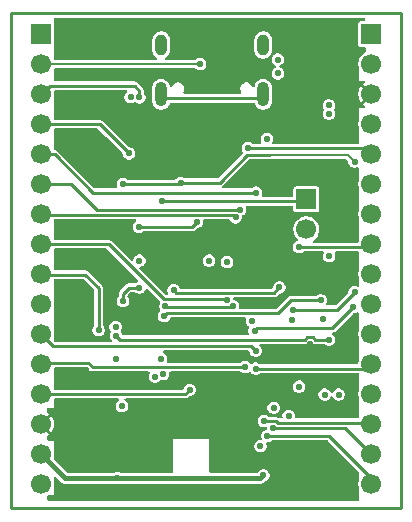
<source format=gbr>
%TF.GenerationSoftware,KiCad,Pcbnew,9.0.0*%
%TF.CreationDate,2025-10-09T14:40:45+01:00*%
%TF.ProjectId,OE PyBoard,4f452050-7942-46f6-9172-642e6b696361,rev?*%
%TF.SameCoordinates,Original*%
%TF.FileFunction,Copper,L3,Inr*%
%TF.FilePolarity,Positive*%
%FSLAX46Y46*%
G04 Gerber Fmt 4.6, Leading zero omitted, Abs format (unit mm)*
G04 Created by KiCad (PCBNEW 9.0.0) date 2025-10-09 14:40:45*
%MOMM*%
%LPD*%
G01*
G04 APERTURE LIST*
%TA.AperFunction,HeatsinkPad*%
%ADD10O,1.000000X2.100000*%
%TD*%
%TA.AperFunction,HeatsinkPad*%
%ADD11O,1.000000X1.800000*%
%TD*%
%TA.AperFunction,ComponentPad*%
%ADD12R,1.700000X1.700000*%
%TD*%
%TA.AperFunction,ComponentPad*%
%ADD13C,1.700000*%
%TD*%
%TA.AperFunction,ViaPad*%
%ADD14C,0.550000*%
%TD*%
%TA.AperFunction,Conductor*%
%ADD15C,0.220000*%
%TD*%
%TA.AperFunction,Conductor*%
%ADD16C,0.230000*%
%TD*%
%TA.AperFunction,Conductor*%
%ADD17C,0.210000*%
%TD*%
%TA.AperFunction,Conductor*%
%ADD18C,0.450000*%
%TD*%
%TA.AperFunction,Conductor*%
%ADD19C,0.250000*%
%TD*%
%TA.AperFunction,Profile*%
%ADD20C,0.230000*%
%TD*%
G04 APERTURE END LIST*
D10*
%TO.N,Net-(J3-SHIELD)*%
%TO.C,J3*%
X146814000Y-101111000D03*
D11*
X146814000Y-96931000D03*
D10*
X138174000Y-101111000D03*
D11*
X138174000Y-96931000D03*
%TD*%
D12*
%TO.N,/PC6-Y1*%
%TO.C,J6*%
X128016000Y-96012000D03*
D13*
%TO.N,/PC7-Y2*%
X128016000Y-98552000D03*
%TO.N,/PB8-Y3*%
X128016000Y-101092000D03*
%TO.N,/PB9-Y4*%
X128016000Y-103632000D03*
%TO.N,/PB12-Y5*%
X128016000Y-106172000D03*
%TO.N,/PB13-Y6*%
X128016000Y-108712000D03*
%TO.N,/PB14-Y7*%
X128016000Y-111252000D03*
%TO.N,/PB15-Y8*%
X128016000Y-113792000D03*
%TO.N,/PB6-SCL-X9*%
X128016000Y-116332000D03*
%TO.N,/PB7-SDA-X10*%
X128016000Y-118872000D03*
%TO.N,/PC4-X11*%
X128016000Y-121412000D03*
%TO.N,/PC5-X12*%
X128016000Y-123952000D03*
%TO.N,/RST-SW*%
X128016000Y-126492000D03*
%TO.N,GND*%
X128016000Y-129032000D03*
%TO.N,+3V3*%
X128016000Y-131572000D03*
%TO.N,V+*%
X128016000Y-134112000D03*
%TD*%
D12*
%TO.N,/BOOT0*%
%TO.C,JP1*%
X150469600Y-110002400D03*
D13*
%TO.N,+3V3*%
X150469600Y-112542400D03*
%TD*%
D12*
%TO.N,V+*%
%TO.C,J7*%
X155956000Y-96012000D03*
D13*
%TO.N,+3V3*%
X155956000Y-98552000D03*
%TO.N,GND*%
X155956000Y-101092000D03*
%TO.N,/RST-SW*%
X155956000Y-103632000D03*
%TO.N,/PB1-Y12*%
X155956000Y-106172000D03*
%TO.N,/PB0-Y11*%
X155956000Y-108712000D03*
%TO.N,/PB11-Y10*%
X155956000Y-111252000D03*
%TO.N,/PB10-Y9*%
X155956000Y-113792000D03*
%TO.N,/PA7-X8*%
X155956000Y-116332000D03*
%TO.N,/PA6-X7*%
X155956000Y-118872000D03*
%TO.N,/PA5-X6*%
X155956000Y-121412000D03*
%TO.N,/PA4-X5*%
X155956000Y-123952000D03*
%TO.N,/PA3-X4*%
X155956000Y-126492000D03*
%TO.N,/PA2-X3*%
X155956000Y-129032000D03*
%TO.N,/PA1-X2*%
X155956000Y-131572000D03*
%TO.N,/PA0-X1*%
X155956000Y-134112000D03*
%TD*%
D14*
%TO.N,/PB12-Y5*%
X146202400Y-109423200D03*
%TO.N,/PB14-Y7*%
X144471660Y-111529424D03*
%TO.N,/PB1-Y12*%
X145542000Y-105664000D03*
X145871000Y-120267000D03*
%TO.N,/PB9-Y4*%
X135450000Y-106100000D03*
X137637104Y-125007000D03*
%TO.N,/PA0-X1*%
X147173400Y-130006015D03*
%TO.N,/PB13-Y6*%
X144830800Y-110871000D03*
%TO.N,/PB7-SDA-X10*%
X134366000Y-123507000D03*
%TO.N,/PB11-Y10*%
X154559000Y-117856000D03*
X149315961Y-119320493D03*
%TO.N,/PA1-X2*%
X147675600Y-129387600D03*
%TO.N,/PA4-X5*%
X146177000Y-124331000D03*
%TO.N,/PC4-X11*%
X146177000Y-122807000D03*
%TO.N,/PC6-Y1*%
X143764000Y-115314000D03*
%TO.N,/PB15-Y8*%
X143764000Y-118489000D03*
%TO.N,/PA2-X3*%
X146862800Y-128752600D03*
%TO.N,/PB0-Y11*%
X154432000Y-119126000D03*
X146081750Y-121124250D03*
%TO.N,/VDDA*%
X147116800Y-104902000D03*
X146583400Y-130886200D03*
%TO.N,/PB6-SCL-X9*%
X132885431Y-121061573D03*
%TO.N,/PC5-X12*%
X145288000Y-124206000D03*
%TO.N,/RST-SW*%
X154555563Y-106807000D03*
X139827000Y-108585000D03*
X140589000Y-126111000D03*
X134945832Y-108712000D03*
%TO.N,/PB8-Y3*%
X136339022Y-101364106D03*
X138354428Y-124788025D03*
%TO.N,/PC7-Y2*%
X141478000Y-98552000D03*
X142240000Y-115187000D03*
%TO.N,/PB10-Y9*%
X149273885Y-120228716D03*
X149860000Y-114046000D03*
%TO.N,GND*%
X131706510Y-121062966D03*
X141478000Y-96647000D03*
X143875000Y-106850000D03*
X146304000Y-125424534D03*
X139573000Y-123317000D03*
X129540000Y-112014000D03*
X144780000Y-108686600D03*
X151700000Y-115500000D03*
X135255000Y-107569000D03*
X154500000Y-127600000D03*
X147370800Y-134518400D03*
X144018000Y-114147600D03*
X139827000Y-103124000D03*
X130246000Y-128250000D03*
X149961600Y-102717600D03*
X143175000Y-107550000D03*
X131064000Y-95123000D03*
X129540000Y-104902000D03*
X145034000Y-120904000D03*
X151275000Y-126925000D03*
X145973800Y-103200200D03*
X139827000Y-121158000D03*
X146177000Y-118872000D03*
X132715000Y-113030000D03*
X140843000Y-107823000D03*
X153162000Y-112649000D03*
X153873200Y-107696000D03*
X151393912Y-104421942D03*
X143611600Y-112039400D03*
X129540000Y-117983000D03*
X131815548Y-124458000D03*
X151765000Y-124942600D03*
X147675600Y-103657400D03*
X134061200Y-96875600D03*
X154482800Y-123342400D03*
X153150000Y-116650000D03*
X143383000Y-123342400D03*
X142748000Y-125730000D03*
X135636000Y-114427000D03*
X138430000Y-107315000D03*
X146405600Y-110998000D03*
X135255000Y-116459000D03*
X143459200Y-98602800D03*
X150774681Y-122263533D03*
X154482800Y-125577600D03*
X132000000Y-134475000D03*
X148996000Y-100000000D03*
X135001000Y-119634000D03*
X144256583Y-95235447D03*
X134875000Y-97825000D03*
X146354800Y-108229400D03*
X129794000Y-125250000D03*
X145161000Y-132613400D03*
X134493000Y-125222000D03*
X148700000Y-95500000D03*
X129667000Y-102362000D03*
X130200400Y-132232400D03*
X148082000Y-107264200D03*
X132080000Y-107950000D03*
X141986000Y-129284000D03*
X139827000Y-105410000D03*
X137972800Y-125704600D03*
X131950000Y-97800000D03*
X138404600Y-131165600D03*
X130048000Y-114681000D03*
X137033000Y-128522000D03*
X129590800Y-97688400D03*
X138850000Y-134475000D03*
X154432000Y-134620000D03*
X151257000Y-131064000D03*
X135600000Y-105125000D03*
X141478000Y-120777000D03*
%TO.N,+3V3*%
X134848600Y-127506000D03*
X136294720Y-112312720D03*
X149860000Y-125855000D03*
X134945832Y-118616000D03*
X151842000Y-120142000D03*
X134442200Y-133604000D03*
X152400000Y-102743000D03*
X141224000Y-111885000D03*
X152400000Y-114808000D03*
X136334500Y-117475000D03*
X152374600Y-102031800D03*
X146825000Y-133361000D03*
X136334500Y-115187000D03*
%TO.N,VBUS*%
X148049066Y-98153134D03*
X148049066Y-99334043D03*
%TO.N,/BOOT0*%
X138154063Y-123469592D03*
X138277600Y-110159800D03*
%TO.N,/PA13-RED*%
X148183600Y-117449600D03*
X148971000Y-128320000D03*
X139236000Y-117678200D03*
%TO.N,/PA14-GRN*%
X144275617Y-119049000D03*
X138526000Y-119049000D03*
X147701000Y-127635000D03*
%TO.N,/PA15-YEL*%
X152019000Y-126525000D03*
X151689988Y-118547201D03*
X138430000Y-119888000D03*
%TO.N,/PB4-BLU*%
X152389999Y-121869757D03*
X153200000Y-126525000D03*
X134366000Y-121537000D03*
%TO.N,/PB3-SW1*%
X134316000Y-120788666D03*
X135589234Y-101346150D03*
%TD*%
D15*
%TO.N,/PB12-Y5*%
X132410200Y-109423200D02*
X129157000Y-106170000D01*
X146202400Y-109423200D02*
X132410200Y-109423200D01*
X129157000Y-106170000D02*
X128016000Y-106170000D01*
%TO.N,/PB14-Y7*%
X144234236Y-111292000D02*
X128058000Y-111292000D01*
X128058000Y-111292000D02*
X128016000Y-111250000D01*
X144471660Y-111529424D02*
X144234236Y-111292000D01*
D16*
%TO.N,/PB1-Y12*%
X155450000Y-105664000D02*
X145542000Y-105664000D01*
X155956000Y-106170000D02*
X155450000Y-105664000D01*
D15*
%TO.N,/PB9-Y4*%
X135450000Y-106100000D02*
X133750000Y-104400000D01*
X133750000Y-104400000D02*
X133739000Y-104400000D01*
X132969000Y-103630000D02*
X128016000Y-103630000D01*
X133739000Y-104400000D02*
X132969000Y-103630000D01*
%TO.N,/PA0-X1*%
X152400000Y-130022600D02*
X155956000Y-133578600D01*
X155956000Y-133578600D02*
X155956000Y-134110000D01*
X147189985Y-130022600D02*
X152400000Y-130022600D01*
X147173400Y-130006015D02*
X147189985Y-130022600D01*
%TO.N,/PB13-Y6*%
X130554000Y-108710000D02*
X128016000Y-108710000D01*
X132715000Y-110871000D02*
X130554000Y-108710000D01*
X144830800Y-110871000D02*
X132715000Y-110871000D01*
D16*
%TO.N,/PB11-Y10*%
X153094507Y-119320493D02*
X149315961Y-119320493D01*
X154559000Y-117856000D02*
X153094507Y-119320493D01*
D15*
%TO.N,/PA1-X2*%
X153773600Y-129387600D02*
X155956000Y-131570000D01*
X147675600Y-129387600D02*
X153773600Y-129387600D01*
X155956000Y-131570000D02*
X155956000Y-131572000D01*
%TO.N,/PA4-X5*%
X146177000Y-124331000D02*
X155575000Y-124331000D01*
%TO.N,/PC4-X11*%
X145792000Y-122422000D02*
X144478000Y-122422000D01*
X129032000Y-122426000D02*
X128016000Y-121410000D01*
X144474000Y-122426000D02*
X129032000Y-122426000D01*
X146177000Y-122807000D02*
X145792000Y-122422000D01*
X144478000Y-122422000D02*
X144474000Y-122426000D01*
%TO.N,/PB15-Y8*%
X143764000Y-118489000D02*
X143738000Y-118463000D01*
X143738000Y-118463000D02*
X138402000Y-118463000D01*
X138402000Y-118463000D02*
X133729000Y-113790000D01*
X133729000Y-113790000D02*
X128016000Y-113790000D01*
%TO.N,/PA2-X3*%
X146862800Y-128752600D02*
X147878800Y-128752600D01*
X148031200Y-128905000D02*
X155829000Y-128905000D01*
D16*
X155632647Y-129353353D02*
X155956000Y-129030000D01*
D15*
X155829000Y-128905000D02*
X155956000Y-129032000D01*
X147878800Y-128752600D02*
X148031200Y-128905000D01*
D16*
%TO.N,/PB0-Y11*%
X154432000Y-119126000D02*
X152654000Y-120904000D01*
X146302000Y-120904000D02*
X146081750Y-121124250D01*
X152654000Y-120904000D02*
X146302000Y-120904000D01*
D15*
%TO.N,/PB6-SCL-X9*%
X132885431Y-121061573D02*
X132886039Y-121060965D01*
X132886039Y-121060965D02*
X132886039Y-117519039D01*
X131732273Y-116365273D02*
X128016000Y-116365273D01*
X132886039Y-117519039D02*
X131732273Y-116365273D01*
%TO.N,/PC5-X12*%
X132389110Y-124203025D02*
X132011085Y-123825000D01*
X132011085Y-123825000D02*
X128141000Y-123825000D01*
X145288000Y-124206000D02*
X145285025Y-124203025D01*
X145285025Y-124203025D02*
X132389110Y-124203025D01*
%TO.N,/RST-SW*%
X140210000Y-126490000D02*
X128016000Y-126490000D01*
D17*
X153998563Y-106250000D02*
X154555563Y-106807000D01*
D15*
X143129000Y-108585000D02*
X145464000Y-106250000D01*
X134945832Y-108712000D02*
X139700000Y-108712000D01*
X145464000Y-106250000D02*
X147369000Y-106250000D01*
X139700000Y-108712000D02*
X139827000Y-108585000D01*
D17*
X147369000Y-106250000D02*
X153998563Y-106250000D01*
D15*
X139827000Y-108585000D02*
X143129000Y-108585000D01*
X140589000Y-126111000D02*
X140210000Y-126490000D01*
%TO.N,/PB8-Y3*%
X128733000Y-100375000D02*
X128016000Y-101092000D01*
X135925000Y-100375000D02*
X128733000Y-100375000D01*
X136339022Y-100789022D02*
X135925000Y-100375000D01*
X136339022Y-101364106D02*
X136339022Y-100789022D01*
D17*
%TO.N,/PC7-Y2*%
X141478000Y-98552000D02*
X141476000Y-98550000D01*
X141476000Y-98550000D02*
X128016000Y-98550000D01*
D15*
%TO.N,/PB10-Y9*%
X149860000Y-114046000D02*
X155305667Y-114046000D01*
%TO.N,+3V3*%
X140790000Y-112319000D02*
X141224000Y-111885000D01*
D18*
X130050000Y-133604000D02*
X128016000Y-131570000D01*
D15*
X136369720Y-112312720D02*
X136376000Y-112319000D01*
X136294720Y-112312720D02*
X136369720Y-112312720D01*
D16*
X134945832Y-117974668D02*
X134945832Y-118616000D01*
X135445500Y-117475000D02*
X134945832Y-117974668D01*
D15*
X136376000Y-112319000D02*
X140790000Y-112319000D01*
D18*
X146582000Y-133604000D02*
X130050000Y-133604000D01*
D16*
X136334500Y-117475000D02*
X135445500Y-117475000D01*
D18*
X146825000Y-133361000D02*
X146582000Y-133604000D01*
D19*
%TO.N,Net-(J3-SHIELD)*%
X138377000Y-101420000D02*
X146615000Y-101420000D01*
D15*
%TO.N,/BOOT0*%
X150312200Y-110159800D02*
X150469600Y-110002400D01*
X138277600Y-110159800D02*
X150312200Y-110159800D01*
%TO.N,/PA13-RED*%
X147730200Y-117903000D02*
X148183600Y-117449600D01*
X139236000Y-117678200D02*
X139460800Y-117903000D01*
X139460800Y-117903000D02*
X147730200Y-117903000D01*
%TO.N,/PA14-GRN*%
X138526000Y-119049000D02*
X138572000Y-119095000D01*
X144229617Y-119095000D02*
X144275617Y-119049000D01*
X138572000Y-119095000D02*
X144229617Y-119095000D01*
%TO.N,/PA15-YEL*%
X144519347Y-119634000D02*
X148080000Y-119634000D01*
X148080000Y-119634000D02*
X149166799Y-118547201D01*
X149166799Y-118547201D02*
X151689988Y-118547201D01*
X144032887Y-119635000D02*
X144518347Y-119635000D01*
X144031887Y-119634000D02*
X144032887Y-119635000D01*
X144518347Y-119635000D02*
X144519347Y-119634000D01*
X138430000Y-119888000D02*
X138684000Y-119634000D01*
X138684000Y-119634000D02*
X144031887Y-119634000D01*
%TO.N,/PB4-BLU*%
X151017411Y-121677533D02*
X150531951Y-121677533D01*
X151200878Y-121861000D02*
X151017411Y-121677533D01*
X152381242Y-121861000D02*
X151200878Y-121861000D01*
X152389999Y-121869757D02*
X152381242Y-121861000D01*
X134690000Y-121861000D02*
X134366000Y-121537000D01*
X150348484Y-121861000D02*
X134690000Y-121861000D01*
X150531951Y-121677533D02*
X150348484Y-121861000D01*
%TD*%
%TA.AperFunction,Conductor*%
%TO.N,GND*%
G36*
X131880680Y-124206317D02*
G01*
X131893686Y-124217425D01*
X132100638Y-124424377D01*
X132100637Y-124424377D01*
X132167755Y-124491494D01*
X132167758Y-124491497D01*
X132249962Y-124538958D01*
X132341649Y-124563525D01*
X137097555Y-124563525D01*
X137161624Y-124584342D01*
X137201220Y-124638842D01*
X137201220Y-124706208D01*
X137191952Y-124727025D01*
X137147415Y-124804164D01*
X137111604Y-124937817D01*
X137111604Y-125076182D01*
X137147415Y-125209835D01*
X137216597Y-125329662D01*
X137216599Y-125329665D01*
X137314439Y-125427505D01*
X137434268Y-125496688D01*
X137567921Y-125532500D01*
X137706287Y-125532500D01*
X137839940Y-125496688D01*
X137959769Y-125427505D01*
X138057609Y-125329665D01*
X138057611Y-125329662D01*
X138061957Y-125323999D01*
X138064637Y-125326056D01*
X138104362Y-125290246D01*
X138171354Y-125283166D01*
X138176934Y-125284503D01*
X138285245Y-125313525D01*
X138285247Y-125313525D01*
X138423611Y-125313525D01*
X138557264Y-125277713D01*
X138677093Y-125208530D01*
X138774933Y-125110690D01*
X138844116Y-124990861D01*
X138879928Y-124857208D01*
X138879928Y-124718842D01*
X138875077Y-124700737D01*
X138878601Y-124633464D01*
X138920995Y-124581111D01*
X138980362Y-124563525D01*
X144857205Y-124563525D01*
X144921274Y-124584342D01*
X144934279Y-124595449D01*
X144965335Y-124626505D01*
X145085164Y-124695688D01*
X145218817Y-124731500D01*
X145357183Y-124731500D01*
X145490836Y-124695688D01*
X145610665Y-124626505D01*
X145610665Y-124626504D01*
X145614498Y-124624292D01*
X145680392Y-124610286D01*
X145741933Y-124637686D01*
X145755471Y-124652330D01*
X145756493Y-124653662D01*
X145756495Y-124653665D01*
X145854335Y-124751505D01*
X145974164Y-124820688D01*
X146107817Y-124856500D01*
X146246183Y-124856500D01*
X146379836Y-124820688D01*
X146499665Y-124751505D01*
X146519670Y-124731500D01*
X146527747Y-124723424D01*
X146587770Y-124692842D01*
X146604820Y-124691500D01*
X154831000Y-124691500D01*
X154895069Y-124712317D01*
X154934665Y-124766817D01*
X154940000Y-124800500D01*
X154940000Y-126040371D01*
X154934665Y-126074054D01*
X154882598Y-126234295D01*
X154855500Y-126405387D01*
X154855500Y-126578612D01*
X154882598Y-126749704D01*
X154934665Y-126909946D01*
X154940000Y-126943629D01*
X154940000Y-128435500D01*
X154919183Y-128499569D01*
X154864683Y-128539165D01*
X154831000Y-128544500D01*
X149596934Y-128544500D01*
X149532865Y-128523683D01*
X149493269Y-128469183D01*
X149491649Y-128407287D01*
X149496500Y-128389183D01*
X149496500Y-128250817D01*
X149460688Y-128117164D01*
X149391506Y-127997337D01*
X149391505Y-127997335D01*
X149293665Y-127899495D01*
X149293662Y-127899493D01*
X149173835Y-127830311D01*
X149040183Y-127794500D01*
X148901817Y-127794500D01*
X148768164Y-127830311D01*
X148648337Y-127899493D01*
X148550493Y-127997337D01*
X148481311Y-128117164D01*
X148445500Y-128250817D01*
X148445500Y-128389183D01*
X148450351Y-128407287D01*
X148448731Y-128438213D01*
X148448731Y-128469183D01*
X148446982Y-128471589D01*
X148446827Y-128474561D01*
X148427338Y-128498627D01*
X148409135Y-128523683D01*
X148406304Y-128524602D01*
X148404433Y-128526914D01*
X148345066Y-128544500D01*
X148225674Y-128544500D01*
X148161605Y-128523683D01*
X148148600Y-128512575D01*
X148100154Y-128464130D01*
X148100152Y-128464128D01*
X148017948Y-128416667D01*
X147926261Y-128392100D01*
X147290620Y-128392100D01*
X147226551Y-128371283D01*
X147213547Y-128360176D01*
X147185465Y-128332095D01*
X147065635Y-128262911D01*
X146931983Y-128227100D01*
X146793617Y-128227100D01*
X146659964Y-128262911D01*
X146540137Y-128332093D01*
X146442293Y-128429937D01*
X146373111Y-128549764D01*
X146337300Y-128683417D01*
X146337300Y-128821782D01*
X146373111Y-128955435D01*
X146442293Y-129075262D01*
X146442295Y-129075265D01*
X146540135Y-129173105D01*
X146659964Y-129242288D01*
X146793617Y-129278100D01*
X146931983Y-129278100D01*
X147012890Y-129256421D01*
X147043816Y-129258042D01*
X147074783Y-129258042D01*
X147077190Y-129259791D01*
X147080162Y-129259947D01*
X147104225Y-129279432D01*
X147129283Y-129297638D01*
X147130202Y-129300468D01*
X147132515Y-129302341D01*
X147150100Y-129361707D01*
X147150100Y-129384582D01*
X147129283Y-129448651D01*
X147074783Y-129488247D01*
X147069311Y-129489868D01*
X146970564Y-129516326D01*
X146850737Y-129585508D01*
X146752893Y-129683352D01*
X146683711Y-129803179D01*
X146647900Y-129936832D01*
X146647900Y-130075197D01*
X146683711Y-130208848D01*
X146684182Y-130209985D01*
X146684251Y-130210863D01*
X146685561Y-130215752D01*
X146684655Y-130215994D01*
X146689469Y-130277143D01*
X146654272Y-130334582D01*
X146592035Y-130360364D01*
X146583480Y-130360700D01*
X146514217Y-130360700D01*
X146380564Y-130396511D01*
X146260737Y-130465693D01*
X146162893Y-130563537D01*
X146093711Y-130683364D01*
X146057900Y-130817017D01*
X146057900Y-130955382D01*
X146093711Y-131089035D01*
X146131250Y-131154054D01*
X146162895Y-131208865D01*
X146260735Y-131306705D01*
X146380564Y-131375888D01*
X146514217Y-131411700D01*
X146652583Y-131411700D01*
X146786236Y-131375888D01*
X146906065Y-131306705D01*
X147003905Y-131208865D01*
X147073088Y-131089036D01*
X147108900Y-130955383D01*
X147108900Y-130817017D01*
X147073088Y-130683364D01*
X147073085Y-130683358D01*
X147072618Y-130682230D01*
X147072548Y-130681351D01*
X147071239Y-130676463D01*
X147072144Y-130676220D01*
X147067331Y-130615072D01*
X147102528Y-130557633D01*
X147164765Y-130531851D01*
X147173320Y-130531515D01*
X147242583Y-130531515D01*
X147376236Y-130495703D01*
X147496065Y-130426520D01*
X147507561Y-130415023D01*
X147567583Y-130384442D01*
X147584634Y-130383100D01*
X152205526Y-130383100D01*
X152269595Y-130403917D01*
X152282601Y-130415025D01*
X154908075Y-133040499D01*
X154938658Y-133100523D01*
X154940000Y-133117574D01*
X154940000Y-133660371D01*
X154934665Y-133694054D01*
X154882598Y-133854295D01*
X154855500Y-134025387D01*
X154855500Y-134198612D01*
X154882598Y-134369704D01*
X154934665Y-134529946D01*
X154940000Y-134563629D01*
X154940000Y-135398000D01*
X154919183Y-135462069D01*
X154864683Y-135501665D01*
X154831000Y-135507000D01*
X128633000Y-135507000D01*
X128568931Y-135486183D01*
X128529335Y-135431683D01*
X128524000Y-135398000D01*
X128524000Y-135155076D01*
X128529936Y-135136803D01*
X128530643Y-135117606D01*
X128539375Y-135107754D01*
X128544817Y-135091007D01*
X128572216Y-135064598D01*
X128577663Y-135060938D01*
X128592788Y-135053232D01*
X128637635Y-135020648D01*
X128639312Y-135019522D01*
X128669869Y-135010821D01*
X128700096Y-135001000D01*
X129105197Y-135001000D01*
X129105198Y-135001000D01*
X129105198Y-134278546D01*
X129106540Y-134261494D01*
X129116500Y-134198611D01*
X129116500Y-134025389D01*
X129106540Y-133962503D01*
X129105198Y-133945452D01*
X129105198Y-133594807D01*
X129126015Y-133530738D01*
X129180515Y-133491142D01*
X129247881Y-133491142D01*
X129291273Y-133517732D01*
X129758037Y-133984496D01*
X129866461Y-134047094D01*
X129866463Y-134047094D01*
X129866464Y-134047095D01*
X129987399Y-134079500D01*
X134185583Y-134079500D01*
X134232319Y-134092023D01*
X134232763Y-134090954D01*
X134239360Y-134093685D01*
X134239364Y-134093688D01*
X134373017Y-134129500D01*
X134511383Y-134129500D01*
X134645036Y-134093688D01*
X134645042Y-134093684D01*
X134651637Y-134090954D01*
X134652080Y-134092023D01*
X134698817Y-134079500D01*
X146644599Y-134079500D01*
X146644601Y-134079500D01*
X146765536Y-134047095D01*
X146873964Y-133984495D01*
X146979773Y-133878684D01*
X147021677Y-133854491D01*
X147021235Y-133853422D01*
X147027831Y-133850689D01*
X147027836Y-133850688D01*
X147147665Y-133781505D01*
X147245505Y-133683665D01*
X147314688Y-133563836D01*
X147350500Y-133430183D01*
X147350500Y-133291817D01*
X147314688Y-133158164D01*
X147245505Y-133038335D01*
X147147665Y-132940495D01*
X147147662Y-132940493D01*
X147027835Y-132871311D01*
X146894183Y-132835500D01*
X146755817Y-132835500D01*
X146622164Y-132871311D01*
X146502337Y-132940493D01*
X146404493Y-133038337D01*
X146383904Y-133074000D01*
X146333842Y-133119076D01*
X146289507Y-133128500D01*
X142349000Y-133128500D01*
X142284931Y-133107683D01*
X142245335Y-133053183D01*
X142240000Y-133019500D01*
X142240000Y-130300001D01*
X142240000Y-130300000D01*
X139192000Y-130300000D01*
X139192000Y-130300001D01*
X139192000Y-133019500D01*
X139171183Y-133083569D01*
X139116683Y-133123165D01*
X139083000Y-133128500D01*
X134698817Y-133128500D01*
X134652080Y-133115976D01*
X134651637Y-133117046D01*
X134645036Y-133114312D01*
X134511383Y-133078500D01*
X134373017Y-133078500D01*
X134239363Y-133114312D01*
X134232763Y-133117046D01*
X134232319Y-133115976D01*
X134185583Y-133128500D01*
X130292109Y-133128500D01*
X130228040Y-133107683D01*
X130215034Y-133096575D01*
X129137123Y-132018664D01*
X129133130Y-132010827D01*
X129126015Y-132005658D01*
X129118127Y-131981382D01*
X129106540Y-131958640D01*
X129105198Y-131941589D01*
X129105198Y-131738546D01*
X129106540Y-131721494D01*
X129116500Y-131658611D01*
X129116500Y-131485389D01*
X129106540Y-131422503D01*
X129105198Y-131405452D01*
X129105198Y-130429001D01*
X129105198Y-130429000D01*
X128633000Y-130429000D01*
X128568931Y-130408183D01*
X128529335Y-130353683D01*
X128524000Y-130320000D01*
X128524000Y-130074515D01*
X128544817Y-130010446D01*
X128583516Y-129977395D01*
X128592517Y-129972808D01*
X128592527Y-129972802D01*
X128701124Y-129893902D01*
X128701124Y-129893901D01*
X128524000Y-129716776D01*
X128524000Y-129363223D01*
X128877901Y-129717124D01*
X128877902Y-129717124D01*
X128956801Y-129608529D01*
X129035411Y-129454248D01*
X129088913Y-129289588D01*
X129116000Y-129118572D01*
X129116000Y-128945427D01*
X129088913Y-128774411D01*
X129035411Y-128609751D01*
X128956802Y-128455474D01*
X128877901Y-128346874D01*
X128524000Y-128700775D01*
X128524000Y-128347220D01*
X128701124Y-128170096D01*
X128592521Y-128091194D01*
X128583510Y-128086602D01*
X128535878Y-128038965D01*
X128524000Y-127989485D01*
X128524000Y-127744000D01*
X128544817Y-127679931D01*
X128599317Y-127640335D01*
X128633000Y-127635000D01*
X129105197Y-127635000D01*
X129105198Y-127635000D01*
X129105198Y-126959500D01*
X129126015Y-126895431D01*
X129180515Y-126855835D01*
X129214198Y-126850500D01*
X134526165Y-126850500D01*
X134590234Y-126871317D01*
X134629830Y-126925817D01*
X134629830Y-126993183D01*
X134590234Y-127047683D01*
X134580664Y-127053897D01*
X134525938Y-127085492D01*
X134428093Y-127183337D01*
X134358911Y-127303164D01*
X134323100Y-127436817D01*
X134323100Y-127575182D01*
X134358911Y-127708835D01*
X134408370Y-127794500D01*
X134428095Y-127828665D01*
X134525935Y-127926505D01*
X134645764Y-127995688D01*
X134779417Y-128031500D01*
X134917783Y-128031500D01*
X135051436Y-127995688D01*
X135171265Y-127926505D01*
X135269105Y-127828665D01*
X135338288Y-127708836D01*
X135374100Y-127575183D01*
X135374100Y-127565817D01*
X147175500Y-127565817D01*
X147175500Y-127704183D01*
X147176747Y-127708836D01*
X147211311Y-127837835D01*
X147262505Y-127926505D01*
X147280495Y-127957665D01*
X147378335Y-128055505D01*
X147498164Y-128124688D01*
X147631817Y-128160500D01*
X147770183Y-128160500D01*
X147903836Y-128124688D01*
X148023665Y-128055505D01*
X148121505Y-127957665D01*
X148190688Y-127837836D01*
X148226500Y-127704183D01*
X148226500Y-127565817D01*
X148190688Y-127432164D01*
X148121505Y-127312335D01*
X148023665Y-127214495D01*
X147969698Y-127183337D01*
X147903835Y-127145311D01*
X147770183Y-127109500D01*
X147631817Y-127109500D01*
X147498164Y-127145311D01*
X147378337Y-127214493D01*
X147280493Y-127312337D01*
X147211311Y-127432164D01*
X147175500Y-127565817D01*
X135374100Y-127565817D01*
X135374100Y-127436817D01*
X135338288Y-127303164D01*
X135269105Y-127183335D01*
X135171265Y-127085495D01*
X135171262Y-127085493D01*
X135171261Y-127085492D01*
X135116536Y-127053897D01*
X135071459Y-127003835D01*
X135064417Y-126936838D01*
X135098099Y-126878498D01*
X135159641Y-126851097D01*
X135171035Y-126850500D01*
X140257461Y-126850500D01*
X140349148Y-126825933D01*
X140431352Y-126778472D01*
X140488175Y-126721649D01*
X140541400Y-126668425D01*
X140601423Y-126637842D01*
X140618474Y-126636500D01*
X140658183Y-126636500D01*
X140791836Y-126600688D01*
X140911665Y-126531505D01*
X140987353Y-126455817D01*
X151493500Y-126455817D01*
X151493500Y-126594182D01*
X151529311Y-126727835D01*
X151585948Y-126825933D01*
X151598495Y-126847665D01*
X151696335Y-126945505D01*
X151816164Y-127014688D01*
X151949817Y-127050500D01*
X152088183Y-127050500D01*
X152221836Y-127014688D01*
X152341665Y-126945505D01*
X152439505Y-126847665D01*
X152508688Y-126727836D01*
X152508689Y-126727829D01*
X152508796Y-126727575D01*
X152508927Y-126727420D01*
X152512260Y-126721649D01*
X152513329Y-126722266D01*
X152552546Y-126676348D01*
X152618050Y-126660621D01*
X152680288Y-126686399D01*
X152706147Y-126721991D01*
X152706740Y-126721649D01*
X152709996Y-126727289D01*
X152710204Y-126727575D01*
X152710312Y-126727836D01*
X152766947Y-126825932D01*
X152779495Y-126847665D01*
X152877335Y-126945505D01*
X152997164Y-127014688D01*
X153130817Y-127050500D01*
X153269183Y-127050500D01*
X153402836Y-127014688D01*
X153522665Y-126945505D01*
X153620505Y-126847665D01*
X153689688Y-126727836D01*
X153725500Y-126594183D01*
X153725500Y-126455817D01*
X153689688Y-126322164D01*
X153620505Y-126202335D01*
X153522665Y-126104495D01*
X153522662Y-126104493D01*
X153402835Y-126035311D01*
X153269183Y-125999500D01*
X153130817Y-125999500D01*
X152997164Y-126035311D01*
X152877337Y-126104493D01*
X152779493Y-126202337D01*
X152710312Y-126322163D01*
X152710202Y-126322430D01*
X152710067Y-126322587D01*
X152706740Y-126328351D01*
X152705671Y-126327734D01*
X152666449Y-126373654D01*
X152600945Y-126389378D01*
X152538708Y-126363596D01*
X152512851Y-126328009D01*
X152512260Y-126328351D01*
X152509009Y-126322721D01*
X152508798Y-126322430D01*
X152508689Y-126322167D01*
X152508688Y-126322164D01*
X152439505Y-126202335D01*
X152341665Y-126104495D01*
X152341662Y-126104493D01*
X152221835Y-126035311D01*
X152088183Y-125999500D01*
X151949817Y-125999500D01*
X151816164Y-126035311D01*
X151696337Y-126104493D01*
X151598493Y-126202337D01*
X151529311Y-126322164D01*
X151493500Y-126455817D01*
X140987353Y-126455817D01*
X141009505Y-126433665D01*
X141078688Y-126313836D01*
X141114500Y-126180183D01*
X141114500Y-126041817D01*
X141078688Y-125908164D01*
X141009505Y-125788335D01*
X141006987Y-125785817D01*
X149334500Y-125785817D01*
X149334500Y-125924182D01*
X149370311Y-126057835D01*
X149411601Y-126129351D01*
X149439495Y-126177665D01*
X149537335Y-126275505D01*
X149657164Y-126344688D01*
X149790817Y-126380500D01*
X149929183Y-126380500D01*
X150062836Y-126344688D01*
X150182665Y-126275505D01*
X150280505Y-126177665D01*
X150349688Y-126057836D01*
X150385500Y-125924183D01*
X150385500Y-125785817D01*
X150349688Y-125652164D01*
X150280505Y-125532335D01*
X150182665Y-125434495D01*
X150170558Y-125427505D01*
X150062835Y-125365311D01*
X149929183Y-125329500D01*
X149790817Y-125329500D01*
X149657164Y-125365311D01*
X149537337Y-125434493D01*
X149439493Y-125532337D01*
X149370311Y-125652164D01*
X149334500Y-125785817D01*
X141006987Y-125785817D01*
X140911665Y-125690495D01*
X140911662Y-125690493D01*
X140791835Y-125621311D01*
X140658183Y-125585500D01*
X140519817Y-125585500D01*
X140386164Y-125621311D01*
X140266337Y-125690493D01*
X140168493Y-125788337D01*
X140099311Y-125908164D01*
X140074839Y-125999500D01*
X140063888Y-126040371D01*
X140061653Y-126048711D01*
X140024963Y-126105209D01*
X139962072Y-126129351D01*
X139956367Y-126129500D01*
X129214198Y-126129500D01*
X129150129Y-126108683D01*
X129110533Y-126054183D01*
X129105198Y-126020500D01*
X129105198Y-124294500D01*
X129126015Y-124230431D01*
X129180515Y-124190835D01*
X129214198Y-124185500D01*
X131816611Y-124185500D01*
X131880680Y-124206317D01*
G37*
%TD.AperFunction*%
%TA.AperFunction,Conductor*%
G36*
X154880485Y-119527199D02*
G01*
X154928120Y-119574834D01*
X154940000Y-119624319D01*
X154940000Y-120960371D01*
X154934665Y-120994054D01*
X154882598Y-121154295D01*
X154855500Y-121325387D01*
X154855500Y-121498612D01*
X154882598Y-121669704D01*
X154934665Y-121829946D01*
X154940000Y-121863629D01*
X154940000Y-123500371D01*
X154934665Y-123534054D01*
X154882598Y-123694295D01*
X154855500Y-123865387D01*
X154855164Y-123869659D01*
X154852906Y-123869481D01*
X154834683Y-123925569D01*
X154780183Y-123965165D01*
X154746500Y-123970500D01*
X146604820Y-123970500D01*
X146540751Y-123949683D01*
X146527747Y-123938576D01*
X146499665Y-123910495D01*
X146379835Y-123841311D01*
X146246183Y-123805500D01*
X146107817Y-123805500D01*
X145974163Y-123841312D01*
X145974161Y-123841312D01*
X145850500Y-123912707D01*
X145784606Y-123926713D01*
X145723065Y-123899312D01*
X145709527Y-123884667D01*
X145708507Y-123883338D01*
X145708506Y-123883337D01*
X145708505Y-123883335D01*
X145610665Y-123785495D01*
X145610662Y-123785493D01*
X145490835Y-123716311D01*
X145357183Y-123680500D01*
X145218817Y-123680500D01*
X145085164Y-123716311D01*
X144965337Y-123785493D01*
X144965335Y-123785494D01*
X144965335Y-123785495D01*
X144940228Y-123810601D01*
X144880207Y-123841183D01*
X144863156Y-123842525D01*
X138734339Y-123842525D01*
X138670270Y-123821708D01*
X138630674Y-123767208D01*
X138630674Y-123699842D01*
X138639943Y-123679024D01*
X138640538Y-123677991D01*
X138643751Y-123672428D01*
X138679563Y-123538775D01*
X138679563Y-123400409D01*
X138643751Y-123266756D01*
X138574568Y-123146927D01*
X138476728Y-123049087D01*
X138374206Y-122989896D01*
X138329131Y-122939835D01*
X138322089Y-122872838D01*
X138355771Y-122814498D01*
X138417313Y-122787097D01*
X138428707Y-122786500D01*
X144521459Y-122786500D01*
X144521461Y-122786500D01*
X144522028Y-122786347D01*
X144522529Y-122786214D01*
X144550740Y-122782500D01*
X145543576Y-122782500D01*
X145607645Y-122803317D01*
X145647241Y-122857817D01*
X145650833Y-122873695D01*
X145687311Y-123009835D01*
X145731571Y-123086495D01*
X145756495Y-123129665D01*
X145854335Y-123227505D01*
X145974164Y-123296688D01*
X146107817Y-123332500D01*
X146246183Y-123332500D01*
X146379836Y-123296688D01*
X146499665Y-123227505D01*
X146597505Y-123129665D01*
X146666688Y-123009836D01*
X146702500Y-122876183D01*
X146702500Y-122737817D01*
X146666688Y-122604164D01*
X146597505Y-122484335D01*
X146520742Y-122407572D01*
X146490161Y-122347551D01*
X146500699Y-122281015D01*
X146548334Y-122233380D01*
X146597819Y-122221500D01*
X150395945Y-122221500D01*
X150487632Y-122196933D01*
X150569836Y-122149472D01*
X150609594Y-122109713D01*
X150649351Y-122069958D01*
X150657186Y-122065965D01*
X150662356Y-122058850D01*
X150686632Y-122050962D01*
X150709374Y-122039375D01*
X150726425Y-122038033D01*
X150822937Y-122038033D01*
X150887006Y-122058850D01*
X150900012Y-122069958D01*
X150912406Y-122082352D01*
X150912405Y-122082352D01*
X150958982Y-122128928D01*
X150979526Y-122149472D01*
X151061730Y-122196933D01*
X151153417Y-122221500D01*
X151953422Y-122221500D01*
X152017491Y-122242317D01*
X152030496Y-122253424D01*
X152067334Y-122290262D01*
X152187163Y-122359445D01*
X152320816Y-122395257D01*
X152459182Y-122395257D01*
X152592835Y-122359445D01*
X152712664Y-122290262D01*
X152810504Y-122192422D01*
X152879687Y-122072593D01*
X152915499Y-121938940D01*
X152915499Y-121800574D01*
X152879687Y-121666921D01*
X152810504Y-121547092D01*
X152712664Y-121449252D01*
X152712661Y-121449250D01*
X152712660Y-121449249D01*
X152711663Y-121448484D01*
X152711153Y-121447742D01*
X152707612Y-121444201D01*
X152708268Y-121443544D01*
X152673506Y-121392966D01*
X152675269Y-121325624D01*
X152716278Y-121272179D01*
X152749806Y-121256722D01*
X152795078Y-121244592D01*
X152878422Y-121196473D01*
X154391470Y-119683425D01*
X154451494Y-119652842D01*
X154468545Y-119651500D01*
X154501183Y-119651500D01*
X154634836Y-119615688D01*
X154754665Y-119546505D01*
X154754669Y-119546500D01*
X154760330Y-119542158D01*
X154761335Y-119543468D01*
X154813949Y-119516661D01*
X154880485Y-119527199D01*
G37*
%TD.AperFunction*%
%TA.AperFunction,Conductor*%
G36*
X133598595Y-114171317D02*
G01*
X133611601Y-114182425D01*
X136221222Y-116792046D01*
X136251805Y-116852070D01*
X136241267Y-116918606D01*
X136193632Y-116966241D01*
X136172360Y-116974406D01*
X136131667Y-116985310D01*
X136131665Y-116985311D01*
X136011837Y-117054493D01*
X136011835Y-117054494D01*
X136011835Y-117054495D01*
X135988753Y-117077576D01*
X135928732Y-117108158D01*
X135911681Y-117109500D01*
X135397380Y-117109500D01*
X135304422Y-117134407D01*
X135221080Y-117182525D01*
X134721410Y-117682195D01*
X134721409Y-117682194D01*
X134653358Y-117750246D01*
X134605239Y-117833590D01*
X134580332Y-117926549D01*
X134580332Y-118193180D01*
X134559515Y-118257249D01*
X134548408Y-118270253D01*
X134525327Y-118293334D01*
X134456143Y-118413164D01*
X134429152Y-118513900D01*
X134420332Y-118546817D01*
X134420332Y-118685183D01*
X134429927Y-118720994D01*
X134456143Y-118818835D01*
X134507450Y-118907701D01*
X134525327Y-118938665D01*
X134623167Y-119036505D01*
X134742996Y-119105688D01*
X134876649Y-119141500D01*
X135015015Y-119141500D01*
X135148668Y-119105688D01*
X135268497Y-119036505D01*
X135366337Y-118938665D01*
X135435520Y-118818836D01*
X135471332Y-118685183D01*
X135471332Y-118546817D01*
X135435520Y-118413164D01*
X135366337Y-118293335D01*
X135359166Y-118286164D01*
X135343256Y-118270253D01*
X135339264Y-118262418D01*
X135332149Y-118257249D01*
X135324260Y-118232969D01*
X135312674Y-118210229D01*
X135311332Y-118193180D01*
X135311332Y-118171213D01*
X135332149Y-118107144D01*
X135343257Y-118094138D01*
X135564970Y-117872425D01*
X135624994Y-117841842D01*
X135642045Y-117840500D01*
X135911681Y-117840500D01*
X135975750Y-117861317D01*
X135988749Y-117872419D01*
X136011835Y-117895505D01*
X136131664Y-117964688D01*
X136265317Y-118000500D01*
X136403683Y-118000500D01*
X136537336Y-117964688D01*
X136657165Y-117895505D01*
X136755005Y-117797665D01*
X136824188Y-117677836D01*
X136835092Y-117637140D01*
X136871782Y-117580644D01*
X136934673Y-117556501D01*
X136999743Y-117573937D01*
X137017453Y-117588277D01*
X138064660Y-118635484D01*
X138095243Y-118695508D01*
X138084705Y-118762044D01*
X138081982Y-118767058D01*
X138036312Y-118846161D01*
X138036312Y-118846163D01*
X138000500Y-118979817D01*
X138000500Y-119118182D01*
X138036311Y-119251835D01*
X138099425Y-119361152D01*
X138113431Y-119427046D01*
X138086030Y-119488588D01*
X138082103Y-119492726D01*
X138009494Y-119565334D01*
X137940311Y-119685164D01*
X137913092Y-119786750D01*
X137904500Y-119818817D01*
X137904500Y-119957183D01*
X137914095Y-119992994D01*
X137940311Y-120090835D01*
X137940312Y-120090836D01*
X138009495Y-120210665D01*
X138107335Y-120308505D01*
X138227164Y-120377688D01*
X138360817Y-120413500D01*
X138499183Y-120413500D01*
X138632836Y-120377688D01*
X138752665Y-120308505D01*
X138850505Y-120210665D01*
X138919688Y-120090836D01*
X138923854Y-120075287D01*
X138960544Y-120018791D01*
X139023436Y-119994649D01*
X139029140Y-119994500D01*
X143970686Y-119994500D01*
X143984913Y-119995432D01*
X143985422Y-119995498D01*
X143985426Y-119995500D01*
X143985430Y-119995500D01*
X144565804Y-119995500D01*
X144565808Y-119995500D01*
X144565811Y-119995498D01*
X144566321Y-119995432D01*
X144580548Y-119994500D01*
X145257927Y-119994500D01*
X145321996Y-120015317D01*
X145361592Y-120069817D01*
X145363213Y-120131711D01*
X145345500Y-120197817D01*
X145345500Y-120336182D01*
X145381311Y-120469835D01*
X145420180Y-120537158D01*
X145450495Y-120589665D01*
X145548335Y-120687505D01*
X145565152Y-120697214D01*
X145588018Y-120710416D01*
X145633094Y-120760479D01*
X145640136Y-120827475D01*
X145627915Y-120859312D01*
X145592062Y-120921411D01*
X145592062Y-120921413D01*
X145556250Y-121055067D01*
X145556250Y-121193432D01*
X145592061Y-121327085D01*
X145597786Y-121337000D01*
X145611792Y-121402893D01*
X145584392Y-121464435D01*
X145526052Y-121498118D01*
X145503389Y-121500500D01*
X134983896Y-121500500D01*
X134919827Y-121479683D01*
X134880231Y-121425183D01*
X134878610Y-121419711D01*
X134870397Y-121389061D01*
X134855688Y-121334164D01*
X134786505Y-121214335D01*
X134776243Y-121204073D01*
X134745662Y-121144052D01*
X134756200Y-121077516D01*
X134758923Y-121072501D01*
X134805688Y-120991502D01*
X134841500Y-120857849D01*
X134841500Y-120719483D01*
X134805688Y-120585830D01*
X134736505Y-120466001D01*
X134638665Y-120368161D01*
X134638662Y-120368159D01*
X134518835Y-120298977D01*
X134385183Y-120263166D01*
X134246817Y-120263166D01*
X134113164Y-120298977D01*
X133993337Y-120368159D01*
X133895493Y-120466003D01*
X133826311Y-120585830D01*
X133790500Y-120719483D01*
X133790500Y-120857848D01*
X133826311Y-120991501D01*
X133875972Y-121077516D01*
X133895495Y-121111331D01*
X133905755Y-121121591D01*
X133936337Y-121181613D01*
X133925799Y-121248149D01*
X133923076Y-121253163D01*
X133876312Y-121334161D01*
X133876312Y-121334163D01*
X133840500Y-121467817D01*
X133840500Y-121606182D01*
X133876311Y-121739835D01*
X133945493Y-121859662D01*
X133945495Y-121859665D01*
X133965257Y-121879427D01*
X133995839Y-121939449D01*
X133985301Y-122005985D01*
X133937666Y-122053620D01*
X133888181Y-122065500D01*
X129226474Y-122065500D01*
X129218109Y-122062782D01*
X129209423Y-122064158D01*
X129186680Y-122052570D01*
X129162405Y-122044683D01*
X129149399Y-122033575D01*
X129137123Y-122021299D01*
X129106540Y-121961275D01*
X129105198Y-121944224D01*
X129105198Y-121578546D01*
X129106540Y-121561494D01*
X129108821Y-121547092D01*
X129116500Y-121498611D01*
X129116500Y-121325389D01*
X129106540Y-121262503D01*
X129105198Y-121245452D01*
X129105198Y-119038546D01*
X129106540Y-119021494D01*
X129107744Y-119013893D01*
X129116500Y-118958611D01*
X129116500Y-118785389D01*
X129106540Y-118722503D01*
X129105198Y-118705452D01*
X129105198Y-116834773D01*
X129126015Y-116770704D01*
X129180515Y-116731108D01*
X129214198Y-116725773D01*
X131537799Y-116725773D01*
X131601868Y-116746590D01*
X131614874Y-116757698D01*
X132493614Y-117636438D01*
X132524197Y-117696462D01*
X132525539Y-117713513D01*
X132525539Y-120633145D01*
X132504722Y-120697214D01*
X132493615Y-120710218D01*
X132464926Y-120738907D01*
X132395742Y-120858737D01*
X132359931Y-120992390D01*
X132359931Y-121130755D01*
X132395742Y-121264408D01*
X132430950Y-121325390D01*
X132464926Y-121384238D01*
X132562766Y-121482078D01*
X132682595Y-121551261D01*
X132816248Y-121587073D01*
X132954614Y-121587073D01*
X133088267Y-121551261D01*
X133208096Y-121482078D01*
X133305936Y-121384238D01*
X133375119Y-121264409D01*
X133410931Y-121130756D01*
X133410931Y-120992390D01*
X133375119Y-120858737D01*
X133305936Y-120738908D01*
X133305935Y-120738907D01*
X133278463Y-120711434D01*
X133247881Y-120651411D01*
X133246539Y-120634361D01*
X133246539Y-117471578D01*
X133237321Y-117437177D01*
X133221972Y-117379891D01*
X133221971Y-117379890D01*
X133221972Y-117379890D01*
X133201510Y-117344450D01*
X133174511Y-117297687D01*
X133157205Y-117280381D01*
X133107391Y-117230566D01*
X133107391Y-117230567D01*
X131953625Y-116076801D01*
X131871421Y-116029340D01*
X131779734Y-116004773D01*
X129214198Y-116004773D01*
X129150129Y-115983956D01*
X129110533Y-115929456D01*
X129105198Y-115895773D01*
X129105198Y-114259500D01*
X129126015Y-114195431D01*
X129180515Y-114155835D01*
X129214198Y-114150500D01*
X133534526Y-114150500D01*
X133598595Y-114171317D01*
G37*
%TD.AperFunction*%
%TA.AperFunction,Conductor*%
G36*
X153814524Y-106608217D02*
G01*
X153823211Y-106606842D01*
X153845953Y-106618429D01*
X153870229Y-106626317D01*
X153883235Y-106637425D01*
X153998138Y-106752328D01*
X154028721Y-106812352D01*
X154030063Y-106829403D01*
X154030063Y-106876182D01*
X154065874Y-107009835D01*
X154065875Y-107009836D01*
X154135058Y-107129665D01*
X154232898Y-107227505D01*
X154352727Y-107296688D01*
X154486380Y-107332500D01*
X154624746Y-107332500D01*
X154758399Y-107296688D01*
X154776499Y-107286237D01*
X154842393Y-107272231D01*
X154903934Y-107299631D01*
X154937618Y-107357971D01*
X154940000Y-107380634D01*
X154940000Y-108260371D01*
X154934665Y-108294054D01*
X154882598Y-108454295D01*
X154855500Y-108625387D01*
X154855500Y-108798612D01*
X154882598Y-108969704D01*
X154934665Y-109129946D01*
X154940000Y-109163629D01*
X154940000Y-110800371D01*
X154934665Y-110834054D01*
X154882598Y-110994295D01*
X154855500Y-111165387D01*
X154855500Y-111338612D01*
X154882598Y-111509704D01*
X154934665Y-111669946D01*
X154940000Y-111703629D01*
X154940000Y-113340371D01*
X154934665Y-113374054D01*
X154882598Y-113534294D01*
X154873213Y-113593552D01*
X154842629Y-113653575D01*
X154782606Y-113684158D01*
X154765555Y-113685500D01*
X151103455Y-113685500D01*
X151039386Y-113664683D01*
X150999790Y-113610183D01*
X150999790Y-113542817D01*
X151039386Y-113488317D01*
X151046274Y-113483714D01*
X151046384Y-113483633D01*
X151046388Y-113483632D01*
X151186528Y-113381814D01*
X151309014Y-113259328D01*
X151410832Y-113119188D01*
X151489473Y-112964845D01*
X151543002Y-112800101D01*
X151570100Y-112629011D01*
X151570100Y-112455789D01*
X151543002Y-112284699D01*
X151489473Y-112119955D01*
X151438091Y-112019112D01*
X151410836Y-111965619D01*
X151410834Y-111965616D01*
X151410832Y-111965612D01*
X151309014Y-111825472D01*
X151186528Y-111702986D01*
X151046388Y-111601168D01*
X151046385Y-111601166D01*
X151046383Y-111601165D01*
X151046380Y-111601163D01*
X150892043Y-111522526D01*
X150727304Y-111468998D01*
X150727305Y-111468998D01*
X150556212Y-111441900D01*
X150556211Y-111441900D01*
X150382989Y-111441900D01*
X150382987Y-111441900D01*
X150211895Y-111468998D01*
X150047156Y-111522526D01*
X149892819Y-111601163D01*
X149892816Y-111601165D01*
X149752674Y-111702984D01*
X149630184Y-111825474D01*
X149528365Y-111965616D01*
X149528363Y-111965619D01*
X149449726Y-112119956D01*
X149396198Y-112284695D01*
X149369100Y-112455787D01*
X149369100Y-112629012D01*
X149396198Y-112800104D01*
X149449726Y-112964843D01*
X149528363Y-113119180D01*
X149528365Y-113119183D01*
X149528368Y-113119188D01*
X149630186Y-113259328D01*
X149736615Y-113365757D01*
X149767197Y-113425779D01*
X149756659Y-113492315D01*
X149709024Y-113539950D01*
X149687751Y-113548116D01*
X149657163Y-113556312D01*
X149537337Y-113625493D01*
X149439493Y-113723337D01*
X149370311Y-113843164D01*
X149334500Y-113976817D01*
X149334500Y-114115182D01*
X149370311Y-114248835D01*
X149439493Y-114368662D01*
X149439495Y-114368665D01*
X149537335Y-114466505D01*
X149657164Y-114535688D01*
X149790817Y-114571500D01*
X149929183Y-114571500D01*
X150062836Y-114535688D01*
X150182665Y-114466505D01*
X150196706Y-114452464D01*
X150210747Y-114438424D01*
X150270770Y-114407842D01*
X150287820Y-114406500D01*
X151836217Y-114406500D01*
X151900286Y-114427317D01*
X151939882Y-114481817D01*
X151939882Y-114549183D01*
X151930614Y-114570000D01*
X151910311Y-114605164D01*
X151874500Y-114738817D01*
X151874500Y-114877182D01*
X151910311Y-115010835D01*
X151979493Y-115130662D01*
X151979495Y-115130665D01*
X152077335Y-115228505D01*
X152197164Y-115297688D01*
X152330817Y-115333500D01*
X152469183Y-115333500D01*
X152602836Y-115297688D01*
X152722665Y-115228505D01*
X152820505Y-115130665D01*
X152889688Y-115010836D01*
X152925500Y-114877183D01*
X152925500Y-114738817D01*
X152889688Y-114605164D01*
X152869385Y-114569999D01*
X152855380Y-114504106D01*
X152882780Y-114442565D01*
X152941121Y-114408882D01*
X152963783Y-114406500D01*
X154831000Y-114406500D01*
X154895069Y-114427317D01*
X154934665Y-114481817D01*
X154940000Y-114515500D01*
X154940000Y-115880371D01*
X154934665Y-115914054D01*
X154882598Y-116074295D01*
X154855500Y-116245387D01*
X154855500Y-116418612D01*
X154882598Y-116589704D01*
X154934665Y-116749946D01*
X154940000Y-116783629D01*
X154940000Y-117280381D01*
X154919183Y-117344450D01*
X154864683Y-117384046D01*
X154797317Y-117384046D01*
X154776501Y-117374778D01*
X154761837Y-117366312D01*
X154628183Y-117330500D01*
X154489817Y-117330500D01*
X154356164Y-117366311D01*
X154236337Y-117435493D01*
X154138493Y-117533337D01*
X154069311Y-117653164D01*
X154033500Y-117786817D01*
X154033500Y-117819455D01*
X154012683Y-117883524D01*
X154001575Y-117896530D01*
X152975037Y-118923068D01*
X152915013Y-118953651D01*
X152897962Y-118954993D01*
X152250138Y-118954993D01*
X152186069Y-118934176D01*
X152146473Y-118879676D01*
X152146473Y-118812310D01*
X152155741Y-118791493D01*
X152159265Y-118785390D01*
X152179676Y-118750037D01*
X152215488Y-118616384D01*
X152215488Y-118478018D01*
X152179676Y-118344365D01*
X152110493Y-118224536D01*
X152012653Y-118126696D01*
X151978788Y-118107144D01*
X151892823Y-118057512D01*
X151759171Y-118021701D01*
X151620805Y-118021701D01*
X151487152Y-118057512D01*
X151367322Y-118126696D01*
X151339241Y-118154777D01*
X151279218Y-118185359D01*
X151262168Y-118186701D01*
X149119338Y-118186701D01*
X149027650Y-118211268D01*
X148945448Y-118258728D01*
X147962601Y-119241575D01*
X147902577Y-119272158D01*
X147885526Y-119273500D01*
X144901551Y-119273500D01*
X144837482Y-119252683D01*
X144797886Y-119198183D01*
X144796266Y-119136287D01*
X144801117Y-119118183D01*
X144801117Y-118979817D01*
X144765305Y-118846164D01*
X144730217Y-118785389D01*
X144696122Y-118726335D01*
X144598282Y-118628495D01*
X144580748Y-118618372D01*
X144478453Y-118559312D01*
X144370288Y-118530329D01*
X144313791Y-118493639D01*
X144291008Y-118443113D01*
X144289500Y-118434142D01*
X144289500Y-118419817D01*
X144283036Y-118395694D01*
X144282175Y-118390570D01*
X144286403Y-118362132D01*
X144287908Y-118333436D01*
X144291291Y-118329257D01*
X144292083Y-118323937D01*
X144312217Y-118303417D01*
X144330303Y-118281084D01*
X144335699Y-118279485D01*
X144339264Y-118275853D01*
X144359378Y-118272471D01*
X144389667Y-118263500D01*
X147777661Y-118263500D01*
X147869348Y-118238933D01*
X147951552Y-118191472D01*
X148085512Y-118057512D01*
X148136000Y-118007025D01*
X148196023Y-117976442D01*
X148213074Y-117975100D01*
X148252783Y-117975100D01*
X148386436Y-117939288D01*
X148506265Y-117870105D01*
X148604105Y-117772265D01*
X148673288Y-117652436D01*
X148709100Y-117518783D01*
X148709100Y-117380417D01*
X148673288Y-117246764D01*
X148604105Y-117126935D01*
X148506265Y-117029095D01*
X148506262Y-117029093D01*
X148386435Y-116959911D01*
X148252783Y-116924100D01*
X148114417Y-116924100D01*
X147980764Y-116959911D01*
X147860937Y-117029093D01*
X147763093Y-117126937D01*
X147693911Y-117246764D01*
X147658100Y-117380417D01*
X147658100Y-117420126D01*
X147655382Y-117428490D01*
X147656758Y-117437177D01*
X147645170Y-117459919D01*
X147637283Y-117484195D01*
X147626175Y-117497201D01*
X147612801Y-117510575D01*
X147552777Y-117541158D01*
X147535726Y-117542500D01*
X139826328Y-117542500D01*
X139762259Y-117521683D01*
X139730196Y-117481010D01*
X139729260Y-117481551D01*
X139702670Y-117435495D01*
X139656505Y-117355535D01*
X139558665Y-117257695D01*
X139539732Y-117246764D01*
X139438835Y-117188511D01*
X139305183Y-117152700D01*
X139166817Y-117152700D01*
X139033164Y-117188511D01*
X138913337Y-117257693D01*
X138815493Y-117355537D01*
X138746311Y-117475364D01*
X138718102Y-117580644D01*
X138710500Y-117609017D01*
X138710500Y-117747383D01*
X138735810Y-117841842D01*
X138746312Y-117881036D01*
X138746312Y-117881038D01*
X138779777Y-117939001D01*
X138782198Y-117950393D01*
X138789045Y-117959817D01*
X138789045Y-117982603D01*
X138793783Y-118004894D01*
X138789045Y-118015535D01*
X138789045Y-118027183D01*
X138775650Y-118045619D01*
X138766382Y-118066436D01*
X138756295Y-118072259D01*
X138749449Y-118081683D01*
X138727775Y-118088725D01*
X138708042Y-118100118D01*
X138685380Y-118102500D01*
X138596474Y-118102500D01*
X138532405Y-118081683D01*
X138519399Y-118070575D01*
X136345811Y-115896987D01*
X136315228Y-115836963D01*
X136325766Y-115770427D01*
X136373401Y-115722792D01*
X136397075Y-115715443D01*
X136396782Y-115714349D01*
X136403683Y-115712500D01*
X136537336Y-115676688D01*
X136657165Y-115607505D01*
X136755005Y-115509665D01*
X136824188Y-115389836D01*
X136860000Y-115256183D01*
X136860000Y-115117817D01*
X141714500Y-115117817D01*
X141714500Y-115256182D01*
X141750311Y-115389835D01*
X141809634Y-115492586D01*
X141819495Y-115509665D01*
X141917335Y-115607505D01*
X142037164Y-115676688D01*
X142170817Y-115712500D01*
X142309183Y-115712500D01*
X142442836Y-115676688D01*
X142562665Y-115607505D01*
X142660505Y-115509665D01*
X142729688Y-115389836D01*
X142765500Y-115256183D01*
X142765500Y-115244817D01*
X143238500Y-115244817D01*
X143238500Y-115383183D01*
X143240283Y-115389836D01*
X143274311Y-115516835D01*
X143326660Y-115607506D01*
X143343495Y-115636665D01*
X143441335Y-115734505D01*
X143561164Y-115803688D01*
X143694817Y-115839500D01*
X143833183Y-115839500D01*
X143966836Y-115803688D01*
X144086665Y-115734505D01*
X144184505Y-115636665D01*
X144253688Y-115516836D01*
X144289500Y-115383183D01*
X144289500Y-115244817D01*
X144253688Y-115111164D01*
X144184505Y-114991335D01*
X144086665Y-114893495D01*
X144036162Y-114864337D01*
X143966835Y-114824311D01*
X143833183Y-114788500D01*
X143694817Y-114788500D01*
X143561164Y-114824311D01*
X143441337Y-114893493D01*
X143343493Y-114991337D01*
X143274311Y-115111164D01*
X143251318Y-115196979D01*
X143238500Y-115244817D01*
X142765500Y-115244817D01*
X142765500Y-115117817D01*
X142729688Y-114984164D01*
X142660505Y-114864335D01*
X142562665Y-114766495D01*
X142562662Y-114766493D01*
X142442835Y-114697311D01*
X142309183Y-114661500D01*
X142170817Y-114661500D01*
X142037164Y-114697311D01*
X141917337Y-114766493D01*
X141819493Y-114864337D01*
X141750311Y-114984164D01*
X141714500Y-115117817D01*
X136860000Y-115117817D01*
X136824188Y-114984164D01*
X136755005Y-114864335D01*
X136657165Y-114766495D01*
X136657162Y-114766493D01*
X136537335Y-114697311D01*
X136403683Y-114661500D01*
X136265317Y-114661500D01*
X136131664Y-114697311D01*
X136011837Y-114766493D01*
X135913993Y-114864337D01*
X135844811Y-114984164D01*
X135807151Y-115124718D01*
X135804355Y-115123968D01*
X135780627Y-115173671D01*
X135721414Y-115205795D01*
X135654627Y-115196979D01*
X135624512Y-115175688D01*
X134817486Y-114368662D01*
X133950352Y-113501528D01*
X133868148Y-113454067D01*
X133776461Y-113429500D01*
X129214198Y-113429500D01*
X129150129Y-113408683D01*
X129110533Y-113354183D01*
X129105198Y-113320500D01*
X129105198Y-111761500D01*
X129126015Y-111697431D01*
X129180515Y-111657835D01*
X129214198Y-111652500D01*
X135980460Y-111652500D01*
X136044529Y-111673317D01*
X136084125Y-111727817D01*
X136084125Y-111795183D01*
X136044529Y-111849683D01*
X136034960Y-111855897D01*
X135972057Y-111892213D01*
X135874213Y-111990057D01*
X135805031Y-112109884D01*
X135778832Y-112207665D01*
X135769220Y-112243537D01*
X135769220Y-112381903D01*
X135777242Y-112411842D01*
X135805031Y-112515555D01*
X135874213Y-112635382D01*
X135874215Y-112635385D01*
X135972055Y-112733225D01*
X136091884Y-112802408D01*
X136225537Y-112838220D01*
X136363903Y-112838220D01*
X136497556Y-112802408D01*
X136617385Y-112733225D01*
X136639186Y-112711423D01*
X136699208Y-112680842D01*
X136716259Y-112679500D01*
X140837461Y-112679500D01*
X140929148Y-112654933D01*
X141011352Y-112607472D01*
X141103269Y-112515555D01*
X141176400Y-112442425D01*
X141236423Y-112411842D01*
X141253474Y-112410500D01*
X141293183Y-112410500D01*
X141426836Y-112374688D01*
X141546665Y-112305505D01*
X141644505Y-112207665D01*
X141713688Y-112087836D01*
X141749500Y-111954183D01*
X141749500Y-111815817D01*
X141742505Y-111789711D01*
X141746031Y-111722437D01*
X141788426Y-111670085D01*
X141847791Y-111652500D01*
X143876962Y-111652500D01*
X143941031Y-111673317D01*
X143979101Y-111725716D01*
X143979238Y-111725660D01*
X143979474Y-111726230D01*
X143980627Y-111727817D01*
X143981871Y-111732018D01*
X143981971Y-111732258D01*
X143981972Y-111732260D01*
X144051155Y-111852089D01*
X144148995Y-111949929D01*
X144268824Y-112019112D01*
X144402477Y-112054924D01*
X144540843Y-112054924D01*
X144674496Y-112019112D01*
X144794325Y-111949929D01*
X144892165Y-111852089D01*
X144961348Y-111732260D01*
X144997160Y-111598607D01*
X144997160Y-111460241D01*
X144997157Y-111460233D01*
X144997063Y-111459513D01*
X144997160Y-111458989D01*
X144997160Y-111453097D01*
X144998251Y-111453097D01*
X145009332Y-111393274D01*
X145050628Y-111350877D01*
X145153465Y-111291505D01*
X145251305Y-111193665D01*
X145320488Y-111073836D01*
X145356300Y-110940183D01*
X145356300Y-110801817D01*
X145341190Y-110745425D01*
X145318639Y-110661263D01*
X145320853Y-110660669D01*
X145316383Y-110603851D01*
X145351584Y-110546414D01*
X145413822Y-110520636D01*
X145422371Y-110520300D01*
X149260100Y-110520300D01*
X149324169Y-110541117D01*
X149363765Y-110595617D01*
X149369100Y-110629300D01*
X149369100Y-110877074D01*
X149383634Y-110950140D01*
X149438999Y-111033001D01*
X149521860Y-111088366D01*
X149594926Y-111102900D01*
X149594930Y-111102900D01*
X151344270Y-111102900D01*
X151344274Y-111102900D01*
X151417340Y-111088366D01*
X151500201Y-111033001D01*
X151555566Y-110950140D01*
X151570100Y-110877074D01*
X151570100Y-109127726D01*
X151555566Y-109054660D01*
X151500201Y-108971799D01*
X151417340Y-108916434D01*
X151344274Y-108901900D01*
X149594926Y-108901900D01*
X149521860Y-108916434D01*
X149438999Y-108971799D01*
X149383634Y-109054660D01*
X149369100Y-109127726D01*
X149369100Y-109127729D01*
X149369100Y-109690300D01*
X149348283Y-109754369D01*
X149293783Y-109793965D01*
X149260100Y-109799300D01*
X146780848Y-109799300D01*
X146716779Y-109778483D01*
X146677183Y-109723983D01*
X146677183Y-109656617D01*
X146686450Y-109635801D01*
X146692088Y-109626036D01*
X146727900Y-109492383D01*
X146727900Y-109354017D01*
X146692088Y-109220364D01*
X146622905Y-109100535D01*
X146525065Y-109002695D01*
X146498544Y-108987383D01*
X146405235Y-108933511D01*
X146271583Y-108897700D01*
X146133217Y-108897700D01*
X145999564Y-108933511D01*
X145879734Y-109002695D01*
X145851653Y-109030776D01*
X145791630Y-109061358D01*
X145774580Y-109062700D01*
X143424273Y-109062700D01*
X143360204Y-109041883D01*
X143320608Y-108987383D01*
X143320608Y-108920017D01*
X143347198Y-108876625D01*
X143350349Y-108873473D01*
X143350352Y-108873472D01*
X145581399Y-106642425D01*
X145641423Y-106611842D01*
X145658474Y-106610500D01*
X147416461Y-106610500D01*
X147421261Y-106609213D01*
X147449471Y-106605500D01*
X153806160Y-106605500D01*
X153814524Y-106608217D01*
G37*
%TD.AperFunction*%
%TA.AperFunction,Conductor*%
G36*
X155405992Y-94633817D02*
G01*
X155445588Y-94688317D01*
X155450915Y-94720646D01*
X155451915Y-94801146D01*
X155431895Y-94865468D01*
X155377891Y-94905739D01*
X155342923Y-94911500D01*
X155081326Y-94911500D01*
X155008260Y-94926034D01*
X154925399Y-94981399D01*
X154870034Y-95064260D01*
X154855500Y-95137326D01*
X154855500Y-96886674D01*
X154870034Y-96959740D01*
X154925399Y-97042601D01*
X155008260Y-97097966D01*
X155081326Y-97112500D01*
X155081330Y-97112500D01*
X155372972Y-97112500D01*
X155437041Y-97133317D01*
X155476637Y-97187817D01*
X155481964Y-97220146D01*
X155485298Y-97488560D01*
X155465278Y-97552882D01*
X155425793Y-97587033D01*
X155379211Y-97610768D01*
X155239074Y-97712584D01*
X155116584Y-97835074D01*
X155014765Y-97975216D01*
X155014763Y-97975219D01*
X155011329Y-97981959D01*
X155011284Y-97982048D01*
X154980738Y-98042000D01*
X154940000Y-98042000D01*
X154940000Y-98121953D01*
X154936127Y-98129555D01*
X154932205Y-98141623D01*
X154932203Y-98141629D01*
X154882598Y-98294295D01*
X154855500Y-98465387D01*
X154855500Y-98638612D01*
X154882598Y-98809704D01*
X154934665Y-98969946D01*
X154940000Y-99003629D01*
X154940000Y-99947000D01*
X154940001Y-99947000D01*
X155326215Y-99947000D01*
X155390284Y-99967817D01*
X155429880Y-100022317D01*
X155429880Y-100089683D01*
X155390284Y-100144183D01*
X155382950Y-100148687D01*
X155383120Y-100148963D01*
X155379475Y-100151195D01*
X155270874Y-100230096D01*
X155522481Y-100481703D01*
X155526872Y-100835271D01*
X155525269Y-100838047D01*
X155094096Y-100406874D01*
X155015193Y-100515478D01*
X154936588Y-100669751D01*
X154883086Y-100834411D01*
X154856000Y-101005427D01*
X154856000Y-101178572D01*
X154883086Y-101349588D01*
X154936588Y-101514248D01*
X155015196Y-101668524D01*
X155094096Y-101777124D01*
X155525268Y-101345950D01*
X155533391Y-101360019D01*
X155537457Y-101687317D01*
X155270874Y-101953901D01*
X155382940Y-102035321D01*
X155381716Y-102037005D01*
X155420393Y-102082310D01*
X155425664Y-102149469D01*
X155390453Y-102206900D01*
X155328209Y-102232666D01*
X155319681Y-102233000D01*
X154940000Y-102233000D01*
X154940000Y-102233001D01*
X154940000Y-103180371D01*
X154934665Y-103214054D01*
X154882598Y-103374295D01*
X154855500Y-103545387D01*
X154855500Y-103718612D01*
X154882598Y-103889704D01*
X154934665Y-104049946D01*
X154940000Y-104083629D01*
X154940000Y-105189500D01*
X154919183Y-105253569D01*
X154864683Y-105293165D01*
X154831000Y-105298500D01*
X147683470Y-105298500D01*
X147619401Y-105277683D01*
X147579805Y-105223183D01*
X147579805Y-105155817D01*
X147589073Y-105135001D01*
X147606487Y-105104838D01*
X147606487Y-105104837D01*
X147606488Y-105104836D01*
X147642300Y-104971183D01*
X147642300Y-104832817D01*
X147606488Y-104699164D01*
X147537305Y-104579335D01*
X147439465Y-104481495D01*
X147439462Y-104481493D01*
X147319635Y-104412311D01*
X147185983Y-104376500D01*
X147047617Y-104376500D01*
X146913964Y-104412311D01*
X146794137Y-104481493D01*
X146696293Y-104579337D01*
X146627111Y-104699164D01*
X146591300Y-104832817D01*
X146591300Y-104971182D01*
X146627112Y-105104836D01*
X146627112Y-105104838D01*
X146644527Y-105135001D01*
X146658533Y-105200894D01*
X146631132Y-105262436D01*
X146572792Y-105296118D01*
X146550130Y-105298500D01*
X145964819Y-105298500D01*
X145900750Y-105277683D01*
X145887750Y-105266580D01*
X145864665Y-105243495D01*
X145864662Y-105243493D01*
X145744835Y-105174311D01*
X145611183Y-105138500D01*
X145472817Y-105138500D01*
X145339164Y-105174311D01*
X145219337Y-105243493D01*
X145121493Y-105341337D01*
X145052311Y-105461164D01*
X145021944Y-105574500D01*
X145016500Y-105594817D01*
X145016500Y-105733183D01*
X145028331Y-105777337D01*
X145052312Y-105866836D01*
X145052312Y-105866838D01*
X145114819Y-105975104D01*
X145128825Y-106040997D01*
X145101424Y-106102539D01*
X145097497Y-106106678D01*
X143011601Y-108192575D01*
X142951577Y-108223158D01*
X142934526Y-108224500D01*
X140254820Y-108224500D01*
X140190751Y-108203683D01*
X140177747Y-108192576D01*
X140149665Y-108164495D01*
X140029835Y-108095311D01*
X139896183Y-108059500D01*
X139757817Y-108059500D01*
X139624164Y-108095311D01*
X139504337Y-108164493D01*
X139406493Y-108262337D01*
X139386481Y-108297000D01*
X139336418Y-108342077D01*
X139292084Y-108351500D01*
X135373652Y-108351500D01*
X135309583Y-108330683D01*
X135296579Y-108319576D01*
X135268497Y-108291495D01*
X135148667Y-108222311D01*
X135015015Y-108186500D01*
X134876649Y-108186500D01*
X134742996Y-108222311D01*
X134623169Y-108291493D01*
X134525325Y-108389337D01*
X134456143Y-108509164D01*
X134420332Y-108642817D01*
X134420332Y-108781182D01*
X134457993Y-108921737D01*
X134455778Y-108922330D01*
X134460249Y-108979149D01*
X134425048Y-109036586D01*
X134362810Y-109062364D01*
X134354261Y-109062700D01*
X132604674Y-109062700D01*
X132540605Y-109041883D01*
X132527599Y-109030775D01*
X131309885Y-107813061D01*
X129378352Y-105881528D01*
X129296148Y-105834067D01*
X129204458Y-105809499D01*
X129199967Y-105808908D01*
X129139165Y-105779904D01*
X129107023Y-105720701D01*
X129105198Y-105700841D01*
X129105198Y-104099500D01*
X129126015Y-104035431D01*
X129180515Y-103995835D01*
X129214198Y-103990500D01*
X132774526Y-103990500D01*
X132838595Y-104011317D01*
X132851601Y-104022425D01*
X133517648Y-104688472D01*
X133517650Y-104688473D01*
X133517651Y-104688474D01*
X133531244Y-104696322D01*
X133553820Y-104713644D01*
X134892575Y-106052399D01*
X134923158Y-106112423D01*
X134924500Y-106129474D01*
X134924500Y-106169182D01*
X134960311Y-106302835D01*
X135029493Y-106422662D01*
X135029495Y-106422665D01*
X135127335Y-106520505D01*
X135247164Y-106589688D01*
X135380817Y-106625500D01*
X135519183Y-106625500D01*
X135652836Y-106589688D01*
X135772665Y-106520505D01*
X135870505Y-106422665D01*
X135939688Y-106302836D01*
X135975500Y-106169183D01*
X135975500Y-106030817D01*
X135939688Y-105897164D01*
X135870505Y-105777335D01*
X135772665Y-105679495D01*
X135772662Y-105679493D01*
X135652835Y-105610311D01*
X135519183Y-105574500D01*
X135479474Y-105574500D01*
X135415405Y-105553683D01*
X135402399Y-105542575D01*
X134692641Y-104832817D01*
X133971352Y-104111528D01*
X133957751Y-104103675D01*
X133935179Y-104086355D01*
X133567435Y-103718611D01*
X133190352Y-103341528D01*
X133108148Y-103294067D01*
X133016461Y-103269500D01*
X129214198Y-103269500D01*
X129150129Y-103248683D01*
X129110533Y-103194183D01*
X129105198Y-103160500D01*
X129105198Y-101258546D01*
X129106540Y-101241494D01*
X129116500Y-101178611D01*
X129116500Y-101005389D01*
X129106540Y-100942503D01*
X129105198Y-100925452D01*
X129105198Y-100844500D01*
X129126015Y-100780431D01*
X129180515Y-100740835D01*
X129214198Y-100735500D01*
X135193565Y-100735500D01*
X135257634Y-100756317D01*
X135297230Y-100810817D01*
X135297230Y-100878183D01*
X135270640Y-100921575D01*
X135266571Y-100925643D01*
X135266569Y-100925645D01*
X135210778Y-100981436D01*
X135168727Y-101023487D01*
X135099545Y-101143314D01*
X135063734Y-101276967D01*
X135063734Y-101415332D01*
X135099545Y-101548985D01*
X135135520Y-101611295D01*
X135168729Y-101668815D01*
X135266569Y-101766655D01*
X135386398Y-101835838D01*
X135520051Y-101871650D01*
X135658417Y-101871650D01*
X135792070Y-101835838D01*
X135895081Y-101776364D01*
X135960972Y-101762359D01*
X136009724Y-101781809D01*
X136010170Y-101781039D01*
X136015487Y-101784109D01*
X136015936Y-101784288D01*
X136016356Y-101784611D01*
X136085369Y-101824455D01*
X136136186Y-101853794D01*
X136269839Y-101889606D01*
X136408205Y-101889606D01*
X136541858Y-101853794D01*
X136661687Y-101784611D01*
X136759527Y-101686771D01*
X136828710Y-101566942D01*
X136864522Y-101433289D01*
X136864522Y-101294923D01*
X136828710Y-101161270D01*
X136759527Y-101041441D01*
X136749591Y-101031505D01*
X136731446Y-101013359D01*
X136700864Y-100953336D01*
X136699522Y-100936286D01*
X136699522Y-100741561D01*
X136697898Y-100735500D01*
X136674955Y-100649874D01*
X136674954Y-100649873D01*
X136674955Y-100649873D01*
X136641541Y-100592000D01*
X136627494Y-100567670D01*
X136601641Y-100541817D01*
X136560374Y-100500549D01*
X136560374Y-100500550D01*
X136546906Y-100487082D01*
X137423500Y-100487082D01*
X137423500Y-101734918D01*
X137452342Y-101879913D01*
X137452343Y-101879915D01*
X137508914Y-102016491D01*
X137508916Y-102016496D01*
X137521495Y-102035321D01*
X137591049Y-102139416D01*
X137695584Y-102243951D01*
X137757044Y-102285017D01*
X137818503Y-102326083D01*
X137818504Y-102326083D01*
X137818505Y-102326084D01*
X137955087Y-102382658D01*
X138100082Y-102411500D01*
X138100086Y-102411500D01*
X138247914Y-102411500D01*
X138247918Y-102411500D01*
X138392913Y-102382658D01*
X138529495Y-102326084D01*
X138652416Y-102243951D01*
X138756951Y-102139416D01*
X138839084Y-102016495D01*
X138895658Y-101879913D01*
X138895660Y-101879899D01*
X138897213Y-101874786D01*
X138899362Y-101875438D01*
X138927918Y-101824455D01*
X138989097Y-101796255D01*
X139001903Y-101795500D01*
X145986097Y-101795500D01*
X146050166Y-101816317D01*
X146089762Y-101870817D01*
X146090865Y-101875045D01*
X146092343Y-101879915D01*
X146148914Y-102016491D01*
X146148916Y-102016496D01*
X146161495Y-102035321D01*
X146231049Y-102139416D01*
X146335584Y-102243951D01*
X146397044Y-102285017D01*
X146458503Y-102326083D01*
X146458504Y-102326083D01*
X146458505Y-102326084D01*
X146595087Y-102382658D01*
X146740082Y-102411500D01*
X146740086Y-102411500D01*
X146887914Y-102411500D01*
X146887918Y-102411500D01*
X147032913Y-102382658D01*
X147169495Y-102326084D01*
X147292416Y-102243951D01*
X147396951Y-102139416D01*
X147479084Y-102016495D01*
X147501401Y-101962617D01*
X151849100Y-101962617D01*
X151849100Y-102100982D01*
X151884911Y-102234635D01*
X151954344Y-102354897D01*
X151968350Y-102420791D01*
X151954344Y-102463896D01*
X151910312Y-102540161D01*
X151910312Y-102540163D01*
X151874500Y-102673817D01*
X151874500Y-102812182D01*
X151910311Y-102945835D01*
X151910312Y-102945836D01*
X151979495Y-103065665D01*
X152077335Y-103163505D01*
X152197164Y-103232688D01*
X152330817Y-103268500D01*
X152469183Y-103268500D01*
X152602836Y-103232688D01*
X152722665Y-103163505D01*
X152820505Y-103065665D01*
X152889688Y-102945836D01*
X152925500Y-102812183D01*
X152925500Y-102673817D01*
X152889688Y-102540164D01*
X152820505Y-102420335D01*
X152820504Y-102420334D01*
X152820255Y-102419902D01*
X152806249Y-102354008D01*
X152820255Y-102310903D01*
X152864288Y-102234636D01*
X152900100Y-102100983D01*
X152900100Y-101962617D01*
X152864288Y-101828964D01*
X152795105Y-101709135D01*
X152697265Y-101611295D01*
X152663845Y-101592000D01*
X152577435Y-101542111D01*
X152443783Y-101506300D01*
X152305417Y-101506300D01*
X152171764Y-101542111D01*
X152051937Y-101611293D01*
X151954093Y-101709137D01*
X151884911Y-101828964D01*
X151849100Y-101962617D01*
X147501401Y-101962617D01*
X147535658Y-101879913D01*
X147564500Y-101734918D01*
X147564500Y-100487082D01*
X147535658Y-100342087D01*
X147479084Y-100205505D01*
X147469053Y-100190493D01*
X147399586Y-100086528D01*
X147396951Y-100082584D01*
X147292416Y-99978049D01*
X147245948Y-99947000D01*
X147169496Y-99895916D01*
X147169491Y-99895914D01*
X147032915Y-99839343D01*
X147032916Y-99839343D01*
X147032913Y-99839342D01*
X146887918Y-99810500D01*
X146740082Y-99810500D01*
X146595087Y-99839342D01*
X146595085Y-99839342D01*
X146595084Y-99839343D01*
X146458508Y-99895914D01*
X146458503Y-99895916D01*
X146335586Y-99978047D01*
X146231047Y-100082586D01*
X146148916Y-100205503D01*
X146148914Y-100205508D01*
X146092343Y-100342084D01*
X146092339Y-100342096D01*
X146082626Y-100390928D01*
X146049710Y-100449704D01*
X145988532Y-100477907D01*
X145922461Y-100464764D01*
X145876733Y-100415295D01*
X145875019Y-100411376D01*
X145873689Y-100408167D01*
X145873688Y-100408166D01*
X145873688Y-100408164D01*
X145804505Y-100288335D01*
X145706665Y-100190495D01*
X145706662Y-100190493D01*
X145586835Y-100121311D01*
X145453183Y-100085500D01*
X145314817Y-100085500D01*
X145181164Y-100121311D01*
X145061337Y-100190493D01*
X144963493Y-100288337D01*
X144894311Y-100408164D01*
X144858500Y-100541817D01*
X144858500Y-100680182D01*
X144894311Y-100813835D01*
X144933089Y-100881000D01*
X144947095Y-100946894D01*
X144919695Y-101008435D01*
X144861354Y-101042118D01*
X144838692Y-101044500D01*
X140149308Y-101044500D01*
X140085239Y-101023683D01*
X140045643Y-100969183D01*
X140045643Y-100901817D01*
X140054911Y-100881000D01*
X140081809Y-100834411D01*
X140093688Y-100813836D01*
X140129500Y-100680183D01*
X140129500Y-100541817D01*
X140093688Y-100408164D01*
X140024505Y-100288335D01*
X139926665Y-100190495D01*
X139926662Y-100190493D01*
X139806835Y-100121311D01*
X139673183Y-100085500D01*
X139534817Y-100085500D01*
X139401164Y-100121311D01*
X139281337Y-100190493D01*
X139183493Y-100288337D01*
X139114310Y-100408166D01*
X139112977Y-100411385D01*
X139111358Y-100413279D01*
X139110740Y-100414351D01*
X139110541Y-100414236D01*
X139069221Y-100462605D01*
X139003715Y-100478325D01*
X138941480Y-100452539D01*
X138906287Y-100395097D01*
X138905381Y-100390970D01*
X138895658Y-100342087D01*
X138839084Y-100205505D01*
X138829053Y-100190493D01*
X138759586Y-100086528D01*
X138756951Y-100082584D01*
X138652416Y-99978049D01*
X138605948Y-99947000D01*
X138529496Y-99895916D01*
X138529491Y-99895914D01*
X138392915Y-99839343D01*
X138392916Y-99839343D01*
X138392913Y-99839342D01*
X138247918Y-99810500D01*
X138100082Y-99810500D01*
X137955087Y-99839342D01*
X137955085Y-99839342D01*
X137955084Y-99839343D01*
X137818508Y-99895914D01*
X137818503Y-99895916D01*
X137695586Y-99978047D01*
X137591047Y-100082586D01*
X137508916Y-100205503D01*
X137508914Y-100205508D01*
X137452343Y-100342084D01*
X137452342Y-100342087D01*
X137423500Y-100487082D01*
X136546906Y-100487082D01*
X136146352Y-100086528D01*
X136064148Y-100039067D01*
X135972461Y-100014500D01*
X129214198Y-100014500D01*
X129150129Y-99993683D01*
X129110533Y-99939183D01*
X129105198Y-99905500D01*
X129105198Y-99014500D01*
X129126015Y-98950431D01*
X129180515Y-98910835D01*
X129214198Y-98905500D01*
X141043180Y-98905500D01*
X141107249Y-98926317D01*
X141120254Y-98937424D01*
X141155335Y-98972505D01*
X141275164Y-99041688D01*
X141408817Y-99077500D01*
X141547183Y-99077500D01*
X141680836Y-99041688D01*
X141800665Y-98972505D01*
X141898505Y-98874665D01*
X141967688Y-98754836D01*
X142003500Y-98621183D01*
X142003500Y-98482817D01*
X141967688Y-98349164D01*
X141898505Y-98229335D01*
X141800665Y-98131495D01*
X141779340Y-98119183D01*
X141718317Y-98083951D01*
X147523566Y-98083951D01*
X147523566Y-98222317D01*
X147525447Y-98229337D01*
X147559377Y-98355969D01*
X147622551Y-98465389D01*
X147628561Y-98475799D01*
X147726401Y-98573639D01*
X147846230Y-98642822D01*
X147846233Y-98642823D01*
X147846380Y-98642884D01*
X147846468Y-98642959D01*
X147852417Y-98646394D01*
X147851780Y-98647496D01*
X147897606Y-98686633D01*
X147913334Y-98752138D01*
X147887556Y-98814376D01*
X147852061Y-98840167D01*
X147852417Y-98840783D01*
X147846567Y-98844160D01*
X147846393Y-98844287D01*
X147846233Y-98844353D01*
X147726403Y-98913536D01*
X147628559Y-99011380D01*
X147559377Y-99131207D01*
X147523566Y-99264860D01*
X147523566Y-99403225D01*
X147559377Y-99536878D01*
X147559378Y-99536879D01*
X147628561Y-99656708D01*
X147726401Y-99754548D01*
X147846230Y-99823731D01*
X147979883Y-99859543D01*
X148118249Y-99859543D01*
X148251902Y-99823731D01*
X148371731Y-99754548D01*
X148469571Y-99656708D01*
X148538754Y-99536879D01*
X148574566Y-99403226D01*
X148574566Y-99264860D01*
X148538754Y-99131207D01*
X148469571Y-99011378D01*
X148371731Y-98913538D01*
X148367049Y-98910835D01*
X148251900Y-98844354D01*
X148251743Y-98844289D01*
X148251649Y-98844209D01*
X148245715Y-98840783D01*
X148246350Y-98839682D01*
X148200520Y-98800536D01*
X148184797Y-98735030D01*
X148210580Y-98672794D01*
X148246071Y-98647011D01*
X148245715Y-98646394D01*
X148251593Y-98643000D01*
X148251756Y-98642882D01*
X148251894Y-98642824D01*
X148251902Y-98642822D01*
X148371731Y-98573639D01*
X148469571Y-98475799D01*
X148538754Y-98355970D01*
X148574566Y-98222317D01*
X148574566Y-98083951D01*
X148538754Y-97950298D01*
X148469571Y-97830469D01*
X148371731Y-97732629D01*
X148371728Y-97732627D01*
X148251901Y-97663445D01*
X148118249Y-97627634D01*
X147979883Y-97627634D01*
X147846230Y-97663445D01*
X147726400Y-97732628D01*
X147666418Y-97792611D01*
X147666415Y-97792614D01*
X147628561Y-97830469D01*
X147559378Y-97950298D01*
X147559198Y-97950966D01*
X147559198Y-97950968D01*
X147547109Y-97996085D01*
X147523566Y-98083951D01*
X141718317Y-98083951D01*
X141680835Y-98062311D01*
X141547183Y-98026500D01*
X141408817Y-98026500D01*
X141275164Y-98062311D01*
X141155337Y-98131493D01*
X141124254Y-98162576D01*
X141064230Y-98193158D01*
X141047180Y-98194500D01*
X138591869Y-98194500D01*
X138527800Y-98173683D01*
X138488204Y-98119183D01*
X138488204Y-98051817D01*
X138527800Y-97997317D01*
X138531312Y-97994870D01*
X138540020Y-97989051D01*
X138652416Y-97913951D01*
X138756951Y-97809416D01*
X138839084Y-97686495D01*
X138895658Y-97549913D01*
X138924500Y-97404918D01*
X138924500Y-96457082D01*
X146063500Y-96457082D01*
X146063500Y-97404918D01*
X146092342Y-97549913D01*
X146092343Y-97549915D01*
X146148914Y-97686491D01*
X146148916Y-97686496D01*
X146219820Y-97792611D01*
X146231049Y-97809416D01*
X146335584Y-97913951D01*
X146389981Y-97950298D01*
X146458503Y-97996083D01*
X146458504Y-97996083D01*
X146458505Y-97996084D01*
X146595087Y-98052658D01*
X146740082Y-98081500D01*
X146740086Y-98081500D01*
X146887914Y-98081500D01*
X146887918Y-98081500D01*
X147032913Y-98052658D01*
X147169495Y-97996084D01*
X147292416Y-97913951D01*
X147396951Y-97809416D01*
X147479084Y-97686495D01*
X147535658Y-97549913D01*
X147564500Y-97404918D01*
X147564500Y-96457082D01*
X147535658Y-96312087D01*
X147479084Y-96175505D01*
X147396951Y-96052584D01*
X147292416Y-95948049D01*
X147291585Y-95947493D01*
X147169496Y-95865916D01*
X147169491Y-95865914D01*
X147032915Y-95809343D01*
X147032916Y-95809343D01*
X147032913Y-95809342D01*
X146887918Y-95780500D01*
X146740082Y-95780500D01*
X146595087Y-95809342D01*
X146595085Y-95809342D01*
X146595084Y-95809343D01*
X146458508Y-95865914D01*
X146458503Y-95865916D01*
X146335586Y-95948047D01*
X146231047Y-96052586D01*
X146148916Y-96175503D01*
X146148914Y-96175508D01*
X146092343Y-96312084D01*
X146092342Y-96312087D01*
X146063500Y-96457082D01*
X138924500Y-96457082D01*
X138895658Y-96312087D01*
X138839084Y-96175505D01*
X138756951Y-96052584D01*
X138652416Y-95948049D01*
X138651585Y-95947493D01*
X138529496Y-95865916D01*
X138529491Y-95865914D01*
X138392915Y-95809343D01*
X138392916Y-95809343D01*
X138392913Y-95809342D01*
X138247918Y-95780500D01*
X138100082Y-95780500D01*
X137955087Y-95809342D01*
X137955085Y-95809342D01*
X137955084Y-95809343D01*
X137818508Y-95865914D01*
X137818503Y-95865916D01*
X137695586Y-95948047D01*
X137591047Y-96052586D01*
X137508916Y-96175503D01*
X137508914Y-96175508D01*
X137452343Y-96312084D01*
X137452342Y-96312087D01*
X137423500Y-96457082D01*
X137423500Y-97404918D01*
X137452342Y-97549913D01*
X137452343Y-97549915D01*
X137508914Y-97686491D01*
X137508916Y-97686496D01*
X137579820Y-97792611D01*
X137591049Y-97809416D01*
X137695584Y-97913951D01*
X137749981Y-97950298D01*
X137816688Y-97994870D01*
X137858394Y-98047773D01*
X137861039Y-98115087D01*
X137823612Y-98171100D01*
X137760410Y-98194416D01*
X137756131Y-98194500D01*
X129214198Y-98194500D01*
X129150129Y-98173683D01*
X129110533Y-98119183D01*
X129105198Y-98085500D01*
X129105198Y-96954225D01*
X129107293Y-96932959D01*
X129116499Y-96886677D01*
X129116500Y-96886674D01*
X129116500Y-95137326D01*
X129107292Y-95091034D01*
X129105198Y-95069770D01*
X129105198Y-94722000D01*
X129126015Y-94657931D01*
X129180515Y-94618335D01*
X129214198Y-94613000D01*
X155341923Y-94613000D01*
X155405992Y-94633817D01*
G37*
%TD.AperFunction*%
%TD*%
D20*
X125476000Y-94232000D02*
X158496000Y-94232000D01*
X158496000Y-136142000D01*
X125476000Y-136142000D01*
X125476000Y-94232000D01*
M02*

</source>
